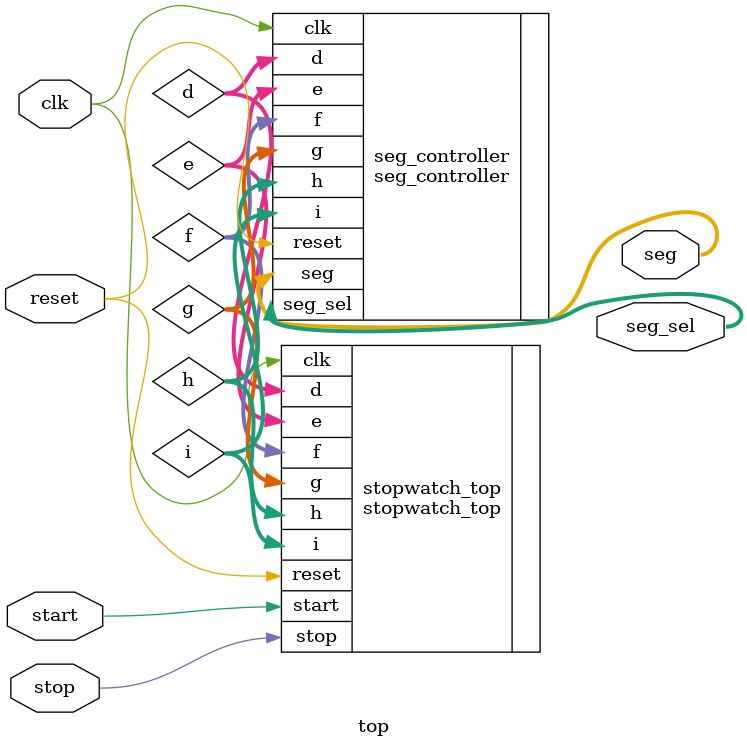
<source format=v>
`timescale 1ns / 1ps


module top(
    input clk, reset,
    input start, stop,
    
   //output [3:0] d, e, f, g, h, i,
    output [7:0] seg,
    output [5:0] seg_sel
    );
    
   wire [3:0] d, e, f, g, h, i;
stopwatch_top    stopwatch_top(.clk(clk), .reset(reset), .start(start), .stop(stop),     .d(d),.e(e),.f(f),.g(g),.h(h),.i(i));
seg_controller   seg_controller(.clk(clk), .reset(reset),.d(d),.e(e),.f(f),.g(g),.h(h),.i(i),      .seg(seg), .seg_sel(seg_sel));

endmodule

</source>
